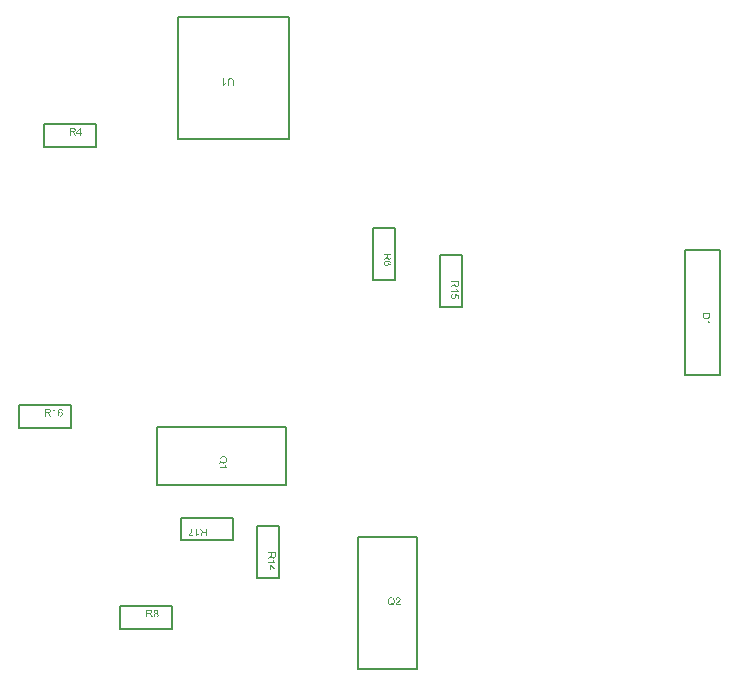
<source format=gbr>
%TF.GenerationSoftware,Altium Limited,Altium Designer,25.1.2 (22)*%
G04 Layer_Color=16711935*
%FSLAX25Y25*%
%MOIN*%
%TF.SameCoordinates,C6B27E67-7A8A-4C38-9DB9-D7D7B609FA95*%
%TF.FilePolarity,Positive*%
%TF.FileFunction,Other,Top_Assembly*%
%TF.Part,Single*%
G01*
G75*
%TA.AperFunction,NonConductor*%
%ADD40C,0.00787*%
G36*
X228588Y211996D02*
X228617D01*
X228654Y211993D01*
X228694Y211989D01*
X228734Y211985D01*
X228825Y211971D01*
X228923Y211949D01*
X229018Y211920D01*
X229109Y211880D01*
X229112D01*
X229120Y211873D01*
X229131Y211865D01*
X229145Y211858D01*
X229185Y211829D01*
X229233Y211789D01*
X229287Y211738D01*
X229338Y211680D01*
X229389Y211607D01*
X229429Y211527D01*
Y211523D01*
X229433Y211516D01*
X229436Y211501D01*
X229444Y211483D01*
X229451Y211461D01*
X229458Y211432D01*
X229469Y211399D01*
X229476Y211359D01*
X229484Y211316D01*
X229495Y211268D01*
X229502Y211217D01*
X229509Y211163D01*
X229516Y211101D01*
X229520Y211035D01*
X229524Y210966D01*
Y210894D01*
Y209437D01*
X229189D01*
Y210894D01*
Y210897D01*
Y210908D01*
Y210926D01*
Y210948D01*
X229185Y210974D01*
Y211006D01*
X229182Y211075D01*
X229174Y211156D01*
X229163Y211236D01*
X229149Y211312D01*
X229141Y211345D01*
X229131Y211378D01*
X229127Y211385D01*
X229120Y211403D01*
X229101Y211428D01*
X229080Y211465D01*
X229054Y211501D01*
X229018Y211541D01*
X228974Y211581D01*
X228923Y211614D01*
X228916Y211618D01*
X228898Y211629D01*
X228865Y211640D01*
X228821Y211654D01*
X228770Y211672D01*
X228705Y211683D01*
X228636Y211694D01*
X228559Y211698D01*
X228523D01*
X228501Y211694D01*
X228468D01*
X228435Y211691D01*
X228355Y211676D01*
X228268Y211658D01*
X228184Y211629D01*
X228104Y211589D01*
X228068Y211563D01*
X228035Y211534D01*
X228031Y211530D01*
X228028Y211527D01*
X228020Y211516D01*
X228009Y211501D01*
X227998Y211479D01*
X227984Y211458D01*
X227969Y211425D01*
X227955Y211392D01*
X227940Y211352D01*
X227929Y211305D01*
X227915Y211250D01*
X227904Y211192D01*
X227893Y211126D01*
X227886Y211057D01*
X227878Y210977D01*
Y210894D01*
Y209437D01*
X227543D01*
Y210894D01*
Y210897D01*
Y210912D01*
Y210930D01*
Y210955D01*
X227547Y210988D01*
Y211024D01*
X227551Y211068D01*
X227554Y211112D01*
X227565Y211210D01*
X227580Y211312D01*
X227602Y211410D01*
X227616Y211458D01*
X227631Y211501D01*
Y211505D01*
X227635Y211512D01*
X227642Y211523D01*
X227649Y211538D01*
X227671Y211578D01*
X227704Y211629D01*
X227747Y211687D01*
X227798Y211745D01*
X227864Y211807D01*
X227944Y211862D01*
X227947D01*
X227955Y211869D01*
X227966Y211873D01*
X227984Y211884D01*
X228006Y211894D01*
X228035Y211905D01*
X228064Y211916D01*
X228100Y211931D01*
X228140Y211945D01*
X228184Y211956D01*
X228231Y211967D01*
X228286Y211978D01*
X228341Y211985D01*
X228399Y211993D01*
X228530Y212000D01*
X228563D01*
X228588Y211996D01*
D02*
G37*
G36*
X226259Y209987D02*
X226262Y209991D01*
X226280Y210005D01*
X226302Y210027D01*
X226339Y210053D01*
X226379Y210085D01*
X226430Y210122D01*
X226488Y210162D01*
X226553Y210202D01*
X226557D01*
X226561Y210206D01*
X226583Y210220D01*
X226619Y210238D01*
X226663Y210260D01*
X226714Y210286D01*
X226768Y210311D01*
X226823Y210336D01*
X226877Y210358D01*
Y210060D01*
X226874D01*
X226866Y210053D01*
X226852Y210049D01*
X226834Y210038D01*
X226812Y210027D01*
X226786Y210013D01*
X226725Y209976D01*
X226652Y209936D01*
X226579Y209885D01*
X226502Y209827D01*
X226426Y209765D01*
X226422Y209761D01*
X226419Y209758D01*
X226408Y209747D01*
X226393Y209736D01*
X226361Y209700D01*
X226317Y209656D01*
X226273Y209605D01*
X226226Y209547D01*
X226186Y209488D01*
X226149Y209426D01*
X225949D01*
Y211956D01*
X226259D01*
Y209987D01*
D02*
G37*
G36*
X226167Y85996D02*
X226200D01*
X226240Y85993D01*
X226283Y85989D01*
X226331Y85982D01*
X226436Y85964D01*
X226549Y85938D01*
X226669Y85902D01*
X226786Y85851D01*
X226789Y85847D01*
X226800Y85843D01*
X226815Y85836D01*
X226837Y85822D01*
X226862Y85807D01*
X226891Y85789D01*
X226960Y85738D01*
X227033Y85680D01*
X227110Y85603D01*
X227186Y85519D01*
X227252Y85421D01*
X227255Y85418D01*
X227259Y85407D01*
X227266Y85392D01*
X227277Y85370D01*
X227288Y85345D01*
X227303Y85316D01*
X227317Y85279D01*
X227332Y85239D01*
X227346Y85192D01*
X227361Y85145D01*
X227386Y85039D01*
X227404Y84923D01*
X227412Y84861D01*
Y84762D01*
X227408Y84737D01*
Y84704D01*
X227404Y84671D01*
X227397Y84628D01*
X227390Y84584D01*
X227372Y84489D01*
X227343Y84380D01*
X227299Y84275D01*
X227273Y84220D01*
X227244Y84165D01*
X227241Y84162D01*
X227237Y84154D01*
X227226Y84140D01*
X227215Y84118D01*
X227197Y84096D01*
X227175Y84067D01*
X227124Y84005D01*
X227059Y83940D01*
X226978Y83867D01*
X226884Y83798D01*
X226778Y83740D01*
X226775D01*
X226764Y83732D01*
X226749Y83725D01*
X226727Y83718D01*
X226698Y83703D01*
X226665Y83692D01*
X226625Y83678D01*
X226582Y83663D01*
X226535Y83652D01*
X226483Y83638D01*
X226429Y83623D01*
X226371Y83612D01*
X226243Y83598D01*
X226109Y83590D01*
X226105D01*
X226094D01*
X226080D01*
X226058D01*
X226028Y83594D01*
X225996D01*
X225959Y83598D01*
X225923Y83601D01*
X225836Y83612D01*
X225741Y83630D01*
X225643Y83652D01*
X225548Y83685D01*
X225544D01*
X225537Y83689D01*
X225522Y83696D01*
X225508Y83703D01*
X225486Y83714D01*
X225461Y83725D01*
X225402Y83754D01*
X225333Y83794D01*
X225260Y83845D01*
X225188Y83903D01*
X225115Y83969D01*
Y83965D01*
X225108Y83958D01*
X225100Y83947D01*
X225089Y83929D01*
X225075Y83911D01*
X225060Y83885D01*
X225027Y83831D01*
X224988Y83765D01*
X224947Y83692D01*
X224915Y83616D01*
X224882Y83543D01*
X224653Y83641D01*
Y83645D01*
X224656Y83652D01*
X224663Y83667D01*
X224671Y83689D01*
X224682Y83714D01*
X224696Y83743D01*
X224711Y83776D01*
X224729Y83812D01*
X224773Y83892D01*
X224824Y83983D01*
X224889Y84082D01*
X224962Y84184D01*
Y84187D01*
X224955Y84195D01*
X224947Y84213D01*
X224937Y84231D01*
X224926Y84260D01*
X224911Y84289D01*
X224900Y84326D01*
X224886Y84366D01*
X224871Y84409D01*
X224856Y84457D01*
X224831Y84562D01*
X224813Y84679D01*
X224809Y84741D01*
X224805Y84802D01*
Y84835D01*
X224809Y84861D01*
Y84890D01*
X224813Y84926D01*
X224820Y84966D01*
X224827Y85010D01*
X224846Y85105D01*
X224875Y85210D01*
X224915Y85319D01*
X224940Y85370D01*
X224969Y85425D01*
X224973Y85429D01*
X224976Y85436D01*
X224988Y85450D01*
X224998Y85469D01*
X225017Y85494D01*
X225038Y85519D01*
X225089Y85581D01*
X225155Y85651D01*
X225235Y85720D01*
X225326Y85789D01*
X225431Y85851D01*
X225435D01*
X225446Y85858D01*
X225461Y85865D01*
X225483Y85873D01*
X225512Y85883D01*
X225544Y85898D01*
X225584Y85913D01*
X225628Y85924D01*
X225675Y85938D01*
X225726Y85953D01*
X225781Y85964D01*
X225843Y85978D01*
X225970Y85993D01*
X226105Y86000D01*
X226109D01*
X226123D01*
X226141D01*
X226167Y85996D01*
D02*
G37*
G36*
X226746Y83030D02*
X226753Y83022D01*
X226757Y83008D01*
X226767Y82990D01*
X226778Y82968D01*
X226793Y82942D01*
X226829Y82881D01*
X226869Y82808D01*
X226920Y82735D01*
X226978Y82658D01*
X227040Y82582D01*
X227044Y82578D01*
X227048Y82575D01*
X227059Y82564D01*
X227069Y82549D01*
X227106Y82516D01*
X227150Y82473D01*
X227201Y82429D01*
X227259Y82382D01*
X227317Y82342D01*
X227379Y82305D01*
Y82105D01*
X224849D01*
Y82415D01*
X226818D01*
X226815Y82418D01*
X226800Y82436D01*
X226778Y82458D01*
X226753Y82495D01*
X226720Y82535D01*
X226684Y82586D01*
X226644Y82644D01*
X226604Y82709D01*
Y82713D01*
X226600Y82717D01*
X226585Y82739D01*
X226567Y82775D01*
X226545Y82819D01*
X226520Y82870D01*
X226494Y82924D01*
X226469Y82979D01*
X226447Y83033D01*
X226746D01*
Y83030D01*
D02*
G37*
G36*
X284421Y38982D02*
X284450Y38978D01*
X284486Y38974D01*
X284526Y38967D01*
X284566Y38960D01*
X284661Y38934D01*
X284756Y38898D01*
X284803Y38876D01*
X284850Y38851D01*
X284894Y38818D01*
X284934Y38781D01*
X284938Y38778D01*
X284945Y38774D01*
X284952Y38760D01*
X284967Y38745D01*
X284985Y38727D01*
X285003Y38701D01*
X285021Y38676D01*
X285043Y38643D01*
X285080Y38574D01*
X285116Y38487D01*
X285131Y38443D01*
X285138Y38392D01*
X285145Y38341D01*
X285149Y38286D01*
Y38279D01*
Y38261D01*
X285145Y38232D01*
X285141Y38192D01*
X285134Y38148D01*
X285120Y38097D01*
X285105Y38043D01*
X285083Y37988D01*
X285080Y37981D01*
X285072Y37962D01*
X285058Y37933D01*
X285036Y37893D01*
X285007Y37850D01*
X284970Y37795D01*
X284927Y37740D01*
X284876Y37679D01*
X284868Y37671D01*
X284850Y37649D01*
X284832Y37631D01*
X284814Y37613D01*
X284792Y37591D01*
X284763Y37562D01*
X284734Y37533D01*
X284697Y37500D01*
X284661Y37464D01*
X284617Y37424D01*
X284570Y37384D01*
X284519Y37336D01*
X284461Y37289D01*
X284402Y37238D01*
X284399Y37234D01*
X284392Y37227D01*
X284377Y37216D01*
X284359Y37202D01*
X284337Y37180D01*
X284312Y37158D01*
X284253Y37111D01*
X284191Y37056D01*
X284133Y37001D01*
X284082Y36954D01*
X284060Y36936D01*
X284042Y36918D01*
X284038Y36914D01*
X284028Y36903D01*
X284013Y36889D01*
X283995Y36867D01*
X283977Y36841D01*
X283955Y36816D01*
X283911Y36754D01*
X285152D01*
Y36455D01*
X283482D01*
Y36459D01*
Y36474D01*
Y36496D01*
X283485Y36525D01*
X283489Y36557D01*
X283496Y36594D01*
X283503Y36630D01*
X283518Y36670D01*
Y36674D01*
X283522Y36678D01*
X283529Y36699D01*
X283543Y36732D01*
X283565Y36776D01*
X283594Y36827D01*
X283631Y36885D01*
X283671Y36943D01*
X283722Y37005D01*
Y37009D01*
X283729Y37012D01*
X283747Y37034D01*
X283780Y37067D01*
X283827Y37114D01*
X283882Y37169D01*
X283951Y37234D01*
X284035Y37307D01*
X284126Y37384D01*
X284130Y37387D01*
X284144Y37398D01*
X284166Y37416D01*
X284191Y37438D01*
X284224Y37467D01*
X284264Y37500D01*
X284304Y37536D01*
X284351Y37577D01*
X284442Y37664D01*
X284534Y37751D01*
X284577Y37795D01*
X284617Y37839D01*
X284654Y37879D01*
X284683Y37919D01*
Y37922D01*
X284690Y37926D01*
X284697Y37937D01*
X284705Y37951D01*
X284730Y37991D01*
X284759Y38039D01*
X284785Y38097D01*
X284810Y38159D01*
X284825Y38228D01*
X284832Y38294D01*
Y38297D01*
Y38301D01*
X284828Y38323D01*
X284825Y38359D01*
X284814Y38399D01*
X284799Y38450D01*
X284774Y38501D01*
X284741Y38552D01*
X284697Y38603D01*
X284690Y38610D01*
X284672Y38625D01*
X284646Y38643D01*
X284606Y38669D01*
X284555Y38690D01*
X284497Y38712D01*
X284428Y38727D01*
X284351Y38730D01*
X284330D01*
X284315Y38727D01*
X284272Y38723D01*
X284221Y38712D01*
X284166Y38698D01*
X284104Y38672D01*
X284046Y38639D01*
X283991Y38596D01*
X283984Y38589D01*
X283969Y38570D01*
X283947Y38541D01*
X283926Y38497D01*
X283900Y38447D01*
X283878Y38381D01*
X283864Y38308D01*
X283857Y38225D01*
X283540Y38257D01*
Y38261D01*
X283543Y38272D01*
Y38290D01*
X283547Y38315D01*
X283554Y38345D01*
X283562Y38377D01*
X283573Y38417D01*
X283583Y38457D01*
X283613Y38545D01*
X283656Y38632D01*
X283682Y38676D01*
X283715Y38719D01*
X283747Y38760D01*
X283784Y38796D01*
X283787Y38800D01*
X283795Y38803D01*
X283805Y38814D01*
X283824Y38825D01*
X283846Y38840D01*
X283871Y38854D01*
X283900Y38872D01*
X283937Y38891D01*
X283977Y38909D01*
X284020Y38927D01*
X284068Y38942D01*
X284119Y38956D01*
X284173Y38967D01*
X284231Y38978D01*
X284293Y38982D01*
X284359Y38985D01*
X284395D01*
X284421Y38982D01*
D02*
G37*
G36*
X282058Y39014D02*
X282091D01*
X282124Y39011D01*
X282168Y39003D01*
X282211Y38996D01*
X282306Y38978D01*
X282415Y38949D01*
X282521Y38905D01*
X282575Y38880D01*
X282630Y38851D01*
X282633Y38847D01*
X282641Y38843D01*
X282655Y38832D01*
X282677Y38821D01*
X282699Y38803D01*
X282728Y38781D01*
X282790Y38730D01*
X282856Y38665D01*
X282928Y38585D01*
X282997Y38490D01*
X283056Y38385D01*
Y38381D01*
X283063Y38370D01*
X283070Y38355D01*
X283078Y38334D01*
X283092Y38305D01*
X283103Y38272D01*
X283118Y38232D01*
X283132Y38188D01*
X283143Y38141D01*
X283158Y38090D01*
X283172Y38035D01*
X283183Y37977D01*
X283198Y37850D01*
X283205Y37715D01*
Y37711D01*
Y37700D01*
Y37686D01*
Y37664D01*
X283201Y37635D01*
Y37602D01*
X283198Y37566D01*
X283194Y37529D01*
X283183Y37442D01*
X283165Y37347D01*
X283143Y37249D01*
X283110Y37154D01*
Y37151D01*
X283107Y37143D01*
X283099Y37129D01*
X283092Y37114D01*
X283081Y37092D01*
X283070Y37067D01*
X283041Y37009D01*
X283001Y36940D01*
X282950Y36867D01*
X282892Y36794D01*
X282826Y36721D01*
X282830D01*
X282837Y36714D01*
X282848Y36707D01*
X282866Y36696D01*
X282885Y36681D01*
X282910Y36667D01*
X282965Y36634D01*
X283030Y36594D01*
X283103Y36554D01*
X283179Y36521D01*
X283252Y36488D01*
X283154Y36259D01*
X283150D01*
X283143Y36263D01*
X283128Y36270D01*
X283107Y36277D01*
X283081Y36288D01*
X283052Y36303D01*
X283019Y36317D01*
X282983Y36335D01*
X282903Y36379D01*
X282812Y36430D01*
X282714Y36496D01*
X282612Y36568D01*
X282608D01*
X282601Y36561D01*
X282582Y36554D01*
X282564Y36543D01*
X282535Y36532D01*
X282506Y36517D01*
X282470Y36506D01*
X282430Y36492D01*
X282386Y36477D01*
X282339Y36463D01*
X282233Y36437D01*
X282117Y36419D01*
X282055Y36415D01*
X281993Y36412D01*
X281960D01*
X281935Y36415D01*
X281906D01*
X281869Y36419D01*
X281829Y36426D01*
X281785Y36434D01*
X281691Y36452D01*
X281585Y36481D01*
X281476Y36521D01*
X281425Y36546D01*
X281370Y36576D01*
X281367Y36579D01*
X281360Y36583D01*
X281345Y36594D01*
X281327Y36605D01*
X281301Y36623D01*
X281276Y36645D01*
X281214Y36696D01*
X281145Y36761D01*
X281076Y36841D01*
X281006Y36932D01*
X280944Y37038D01*
Y37042D01*
X280937Y37052D01*
X280930Y37067D01*
X280923Y37089D01*
X280912Y37118D01*
X280897Y37151D01*
X280883Y37191D01*
X280872Y37234D01*
X280857Y37282D01*
X280843Y37333D01*
X280832Y37387D01*
X280817Y37449D01*
X280803Y37577D01*
X280795Y37711D01*
Y37715D01*
Y37729D01*
Y37748D01*
X280799Y37773D01*
Y37806D01*
X280803Y37846D01*
X280806Y37890D01*
X280814Y37937D01*
X280832Y38043D01*
X280857Y38155D01*
X280894Y38275D01*
X280944Y38392D01*
X280948Y38396D01*
X280952Y38407D01*
X280959Y38421D01*
X280974Y38443D01*
X280988Y38468D01*
X281006Y38497D01*
X281057Y38567D01*
X281116Y38639D01*
X281192Y38716D01*
X281276Y38792D01*
X281374Y38858D01*
X281378Y38862D01*
X281389Y38865D01*
X281403Y38872D01*
X281425Y38883D01*
X281451Y38894D01*
X281480Y38909D01*
X281516Y38923D01*
X281556Y38938D01*
X281603Y38952D01*
X281651Y38967D01*
X281756Y38993D01*
X281873Y39011D01*
X281935Y39018D01*
X282033D01*
X282058Y39014D01*
D02*
G37*
G36*
X243464Y52769D02*
X243460Y52740D01*
Y52707D01*
X243456Y52630D01*
X243445Y52550D01*
X243435Y52463D01*
X243416Y52383D01*
X243406Y52343D01*
X243395Y52310D01*
Y52306D01*
X243391Y52303D01*
X243380Y52281D01*
X243365Y52248D01*
X243340Y52208D01*
X243307Y52164D01*
X243264Y52117D01*
X243213Y52073D01*
X243154Y52030D01*
X243151D01*
X243147Y52026D01*
X243125Y52012D01*
X243089Y51997D01*
X243041Y51975D01*
X242987Y51957D01*
X242921Y51939D01*
X242852Y51928D01*
X242776Y51924D01*
X242772D01*
X242765D01*
X242750D01*
X242732Y51928D01*
X242707D01*
X242681Y51931D01*
X242619Y51946D01*
X242546Y51968D01*
X242470Y51997D01*
X242394Y52041D01*
X242357Y52070D01*
X242321Y52099D01*
X242317Y52103D01*
X242314Y52106D01*
X242303Y52117D01*
X242292Y52132D01*
X242277Y52150D01*
X242263Y52172D01*
X242244Y52201D01*
X242222Y52230D01*
X242204Y52266D01*
X242186Y52306D01*
X242164Y52350D01*
X242146Y52397D01*
X242131Y52452D01*
X242113Y52507D01*
X242102Y52568D01*
X242091Y52634D01*
X242088Y52627D01*
X242080Y52612D01*
X242066Y52590D01*
X242051Y52561D01*
X242011Y52496D01*
X241986Y52463D01*
X241964Y52434D01*
X241957Y52426D01*
X241939Y52408D01*
X241909Y52379D01*
X241873Y52343D01*
X241822Y52303D01*
X241768Y52255D01*
X241702Y52208D01*
X241629Y52157D01*
X240945Y51724D01*
Y52139D01*
X241469Y52470D01*
X241473D01*
X241480Y52477D01*
X241491Y52485D01*
X241505Y52496D01*
X241545Y52521D01*
X241596Y52554D01*
X241651Y52594D01*
X241709Y52634D01*
X241764Y52674D01*
X241815Y52710D01*
X241818Y52714D01*
X241833Y52725D01*
X241855Y52743D01*
X241880Y52769D01*
X241935Y52823D01*
X241960Y52852D01*
X241982Y52881D01*
X241986Y52885D01*
X241989Y52892D01*
X241997Y52907D01*
X242008Y52929D01*
X242019Y52951D01*
X242030Y52976D01*
X242048Y53034D01*
Y53038D01*
X242051Y53045D01*
Y53060D01*
X242055Y53078D01*
X242059Y53104D01*
Y53133D01*
X242062Y53173D01*
Y53602D01*
X240945D01*
Y53937D01*
X243464D01*
Y52769D01*
D02*
G37*
G36*
X242841Y51287D02*
X242849Y51280D01*
X242852Y51265D01*
X242863Y51247D01*
X242874Y51225D01*
X242889Y51200D01*
X242925Y51138D01*
X242965Y51065D01*
X243016Y50992D01*
X243074Y50916D01*
X243136Y50839D01*
X243140Y50836D01*
X243143Y50832D01*
X243154Y50821D01*
X243165Y50807D01*
X243202Y50774D01*
X243245Y50730D01*
X243296Y50687D01*
X243355Y50639D01*
X243413Y50599D01*
X243475Y50563D01*
Y50363D01*
X240945D01*
Y50672D01*
X242914D01*
X242910Y50676D01*
X242896Y50694D01*
X242874Y50716D01*
X242849Y50752D01*
X242816Y50792D01*
X242779Y50843D01*
X242739Y50901D01*
X242699Y50967D01*
Y50970D01*
X242696Y50974D01*
X242681Y50996D01*
X242663Y51032D01*
X242641Y51076D01*
X242616Y51127D01*
X242590Y51182D01*
X242565Y51236D01*
X242543Y51291D01*
X242841D01*
Y51287D01*
D02*
G37*
G36*
X243464Y48521D02*
Y48270D01*
X241833D01*
Y47927D01*
X241549D01*
Y48270D01*
X240945D01*
Y48579D01*
X241549D01*
Y49675D01*
X241833D01*
X243464Y48521D01*
D02*
G37*
G36*
X220473Y59292D02*
X219304D01*
X219275Y59296D01*
X219242D01*
X219166Y59299D01*
X219086Y59310D01*
X218998Y59321D01*
X218918Y59339D01*
X218878Y59350D01*
X218845Y59361D01*
X218842D01*
X218838Y59365D01*
X218816Y59376D01*
X218783Y59390D01*
X218743Y59416D01*
X218700Y59449D01*
X218653Y59492D01*
X218609Y59543D01*
X218565Y59602D01*
Y59605D01*
X218562Y59609D01*
X218547Y59631D01*
X218532Y59667D01*
X218511Y59714D01*
X218492Y59769D01*
X218474Y59834D01*
X218463Y59904D01*
X218460Y59980D01*
Y59984D01*
Y59991D01*
Y60006D01*
X218463Y60024D01*
Y60049D01*
X218467Y60075D01*
X218481Y60137D01*
X218503Y60210D01*
X218532Y60286D01*
X218576Y60362D01*
X218605Y60399D01*
X218634Y60435D01*
X218638Y60439D01*
X218642Y60442D01*
X218653Y60453D01*
X218667Y60464D01*
X218685Y60479D01*
X218707Y60493D01*
X218736Y60512D01*
X218765Y60533D01*
X218802Y60552D01*
X218842Y60570D01*
X218885Y60592D01*
X218933Y60610D01*
X218987Y60624D01*
X219042Y60643D01*
X219104Y60654D01*
X219169Y60664D01*
X219162Y60668D01*
X219147Y60675D01*
X219126Y60690D01*
X219096Y60704D01*
X219031Y60745D01*
X218998Y60770D01*
X218969Y60792D01*
X218962Y60799D01*
X218944Y60817D01*
X218915Y60847D01*
X218878Y60883D01*
X218838Y60934D01*
X218791Y60988D01*
X218743Y61054D01*
X218692Y61127D01*
X218259Y61811D01*
X218674D01*
X219005Y61287D01*
Y61283D01*
X219013Y61276D01*
X219020Y61265D01*
X219031Y61251D01*
X219057Y61211D01*
X219089Y61159D01*
X219129Y61105D01*
X219169Y61047D01*
X219209Y60992D01*
X219246Y60941D01*
X219249Y60938D01*
X219260Y60923D01*
X219279Y60901D01*
X219304Y60876D01*
X219359Y60821D01*
X219388Y60795D01*
X219417Y60774D01*
X219421Y60770D01*
X219428Y60766D01*
X219442Y60759D01*
X219464Y60748D01*
X219486Y60737D01*
X219512Y60726D01*
X219570Y60708D01*
X219573D01*
X219581Y60704D01*
X219595D01*
X219613Y60701D01*
X219639Y60697D01*
X219668D01*
X219708Y60694D01*
X220138D01*
Y61811D01*
X220473D01*
Y59292D01*
D02*
G37*
G36*
X215730Y61807D02*
Y61796D01*
Y61782D01*
X215726Y61760D01*
Y61731D01*
X215722Y61695D01*
X215719Y61655D01*
X215715Y61611D01*
X215708Y61560D01*
X215700Y61509D01*
X215689Y61447D01*
X215679Y61385D01*
X215668Y61320D01*
X215653Y61247D01*
X215617Y61098D01*
Y61094D01*
X215613Y61079D01*
X215606Y61058D01*
X215595Y61025D01*
X215584Y60988D01*
X215569Y60945D01*
X215555Y60894D01*
X215533Y60839D01*
X215511Y60777D01*
X215489Y60715D01*
X215435Y60577D01*
X215369Y60431D01*
X215296Y60286D01*
X215293Y60282D01*
X215285Y60268D01*
X215275Y60250D01*
X215260Y60220D01*
X215242Y60188D01*
X215216Y60148D01*
X215191Y60104D01*
X215162Y60057D01*
X215092Y59951D01*
X215020Y59842D01*
X214936Y59729D01*
X214849Y59623D01*
X216083D01*
Y59325D01*
X214452D01*
Y59569D01*
X214456Y59572D01*
X214463Y59580D01*
X214477Y59594D01*
X214492Y59616D01*
X214514Y59642D01*
X214543Y59671D01*
X214572Y59707D01*
X214605Y59751D01*
X214638Y59794D01*
X214678Y59846D01*
X214718Y59904D01*
X214758Y59962D01*
X214801Y60027D01*
X214845Y60097D01*
X214889Y60173D01*
X214932Y60250D01*
X214936Y60253D01*
X214943Y60268D01*
X214954Y60290D01*
X214972Y60322D01*
X214991Y60362D01*
X215013Y60406D01*
X215038Y60457D01*
X215063Y60515D01*
X215092Y60581D01*
X215125Y60646D01*
X215154Y60719D01*
X215184Y60795D01*
X215242Y60952D01*
X215296Y61119D01*
Y61123D01*
X215300Y61134D01*
X215304Y61152D01*
X215311Y61174D01*
X215318Y61203D01*
X215325Y61240D01*
X215336Y61280D01*
X215344Y61323D01*
X215355Y61374D01*
X215366Y61429D01*
X215384Y61545D01*
X215402Y61673D01*
X215413Y61811D01*
X215730D01*
Y61807D01*
D02*
G37*
G36*
X217207Y59842D02*
X217211Y59846D01*
X217229Y59860D01*
X217251Y59882D01*
X217287Y59907D01*
X217327Y59940D01*
X217378Y59977D01*
X217437Y60017D01*
X217502Y60057D01*
X217506D01*
X217510Y60060D01*
X217531Y60075D01*
X217568Y60093D01*
X217611Y60115D01*
X217662Y60140D01*
X217717Y60166D01*
X217772Y60191D01*
X217826Y60213D01*
Y59915D01*
X217823D01*
X217815Y59907D01*
X217801Y59904D01*
X217782Y59893D01*
X217761Y59882D01*
X217735Y59867D01*
X217673Y59831D01*
X217600Y59791D01*
X217528Y59740D01*
X217451Y59682D01*
X217375Y59620D01*
X217371Y59616D01*
X217368Y59613D01*
X217357Y59602D01*
X217342Y59591D01*
X217309Y59554D01*
X217266Y59511D01*
X217222Y59460D01*
X217175Y59401D01*
X217135Y59343D01*
X217098Y59281D01*
X216898D01*
Y61811D01*
X217207D01*
Y59842D01*
D02*
G37*
G36*
X201591Y34842D02*
X201624D01*
X201700Y34839D01*
X201781Y34828D01*
X201868Y34817D01*
X201948Y34799D01*
X201988Y34788D01*
X202021Y34777D01*
X202024D01*
X202028Y34773D01*
X202050Y34762D01*
X202083Y34748D01*
X202123Y34722D01*
X202166Y34689D01*
X202214Y34646D01*
X202257Y34595D01*
X202301Y34537D01*
Y34533D01*
X202305Y34529D01*
X202319Y34508D01*
X202334Y34471D01*
X202356Y34424D01*
X202374Y34369D01*
X202392Y34304D01*
X202403Y34234D01*
X202407Y34158D01*
Y34154D01*
Y34147D01*
Y34133D01*
X202403Y34114D01*
Y34089D01*
X202399Y34063D01*
X202385Y34001D01*
X202363Y33929D01*
X202334Y33852D01*
X202290Y33776D01*
X202261Y33739D01*
X202232Y33703D01*
X202228Y33699D01*
X202225Y33696D01*
X202214Y33685D01*
X202199Y33674D01*
X202181Y33659D01*
X202159Y33645D01*
X202130Y33627D01*
X202101Y33605D01*
X202064Y33586D01*
X202024Y33568D01*
X201981Y33547D01*
X201933Y33528D01*
X201879Y33514D01*
X201824Y33496D01*
X201762Y33485D01*
X201697Y33474D01*
X201704Y33470D01*
X201719Y33463D01*
X201741Y33448D01*
X201770Y33434D01*
X201835Y33394D01*
X201868Y33368D01*
X201897Y33346D01*
X201904Y33339D01*
X201922Y33321D01*
X201952Y33292D01*
X201988Y33255D01*
X202028Y33204D01*
X202075Y33150D01*
X202123Y33084D01*
X202174Y33011D01*
X202607Y32327D01*
X202192D01*
X201861Y32851D01*
Y32855D01*
X201853Y32862D01*
X201846Y32873D01*
X201835Y32888D01*
X201810Y32928D01*
X201777Y32979D01*
X201737Y33033D01*
X201697Y33092D01*
X201657Y33146D01*
X201620Y33197D01*
X201617Y33201D01*
X201606Y33215D01*
X201588Y33237D01*
X201562Y33263D01*
X201507Y33317D01*
X201478Y33343D01*
X201449Y33364D01*
X201446Y33368D01*
X201438Y33372D01*
X201424Y33379D01*
X201402Y33390D01*
X201380Y33401D01*
X201355Y33412D01*
X201296Y33430D01*
X201293D01*
X201285Y33434D01*
X201271D01*
X201253Y33437D01*
X201227Y33441D01*
X201198D01*
X201158Y33445D01*
X200729D01*
Y32327D01*
X200394D01*
Y34846D01*
X201562D01*
X201591Y34842D01*
D02*
G37*
G36*
X203677Y34853D02*
X203706Y34850D01*
X203739Y34846D01*
X203775Y34842D01*
X203812Y34831D01*
X203899Y34810D01*
X203986Y34777D01*
X204030Y34755D01*
X204074Y34729D01*
X204114Y34697D01*
X204154Y34664D01*
X204157Y34660D01*
X204161Y34657D01*
X204172Y34646D01*
X204187Y34631D01*
X204201Y34609D01*
X204219Y34587D01*
X204256Y34533D01*
X204292Y34464D01*
X204325Y34384D01*
X204350Y34293D01*
X204354Y34245D01*
X204358Y34194D01*
Y34191D01*
Y34187D01*
Y34165D01*
X204354Y34133D01*
X204347Y34093D01*
X204336Y34042D01*
X204318Y33991D01*
X204296Y33940D01*
X204263Y33889D01*
X204259Y33881D01*
X204245Y33867D01*
X204223Y33845D01*
X204194Y33816D01*
X204154Y33783D01*
X204106Y33750D01*
X204052Y33718D01*
X203986Y33689D01*
X203990D01*
X203997Y33685D01*
X204008Y33681D01*
X204023Y33674D01*
X204066Y33656D01*
X204117Y33630D01*
X204172Y33594D01*
X204230Y33554D01*
X204285Y33503D01*
X204336Y33445D01*
Y33441D01*
X204339Y33437D01*
X204354Y33415D01*
X204376Y33379D01*
X204398Y33332D01*
X204419Y33274D01*
X204441Y33204D01*
X204456Y33128D01*
X204460Y33044D01*
Y33040D01*
Y33030D01*
Y33011D01*
X204456Y32990D01*
X204452Y32964D01*
X204449Y32931D01*
X204441Y32895D01*
X204430Y32855D01*
X204405Y32771D01*
X204387Y32724D01*
X204361Y32680D01*
X204336Y32633D01*
X204307Y32589D01*
X204270Y32546D01*
X204230Y32502D01*
X204227Y32498D01*
X204219Y32491D01*
X204208Y32480D01*
X204190Y32469D01*
X204165Y32451D01*
X204139Y32433D01*
X204106Y32414D01*
X204070Y32393D01*
X204030Y32371D01*
X203983Y32353D01*
X203932Y32334D01*
X203881Y32316D01*
X203822Y32305D01*
X203761Y32294D01*
X203699Y32287D01*
X203630Y32283D01*
X203593D01*
X203568Y32287D01*
X203535Y32291D01*
X203499Y32294D01*
X203458Y32302D01*
X203415Y32313D01*
X203317Y32338D01*
X203266Y32356D01*
X203218Y32374D01*
X203167Y32400D01*
X203116Y32429D01*
X203069Y32462D01*
X203025Y32502D01*
X203022Y32506D01*
X203014Y32513D01*
X203004Y32524D01*
X202989Y32542D01*
X202974Y32564D01*
X202953Y32589D01*
X202934Y32618D01*
X202912Y32655D01*
X202891Y32691D01*
X202872Y32735D01*
X202836Y32826D01*
X202821Y32880D01*
X202811Y32935D01*
X202803Y32993D01*
X202800Y33051D01*
Y33055D01*
Y33062D01*
Y33077D01*
X202803Y33092D01*
Y33113D01*
X202807Y33139D01*
X202814Y33197D01*
X202829Y33263D01*
X202851Y33328D01*
X202883Y33397D01*
X202923Y33463D01*
Y33466D01*
X202931Y33470D01*
X202945Y33488D01*
X202974Y33517D01*
X203014Y33554D01*
X203065Y33590D01*
X203127Y33630D01*
X203197Y33663D01*
X203280Y33689D01*
X203276D01*
X203273Y33692D01*
X203262Y33696D01*
X203247Y33703D01*
X203215Y33718D01*
X203171Y33739D01*
X203124Y33768D01*
X203076Y33805D01*
X203033Y33845D01*
X202993Y33889D01*
X202989Y33896D01*
X202978Y33911D01*
X202963Y33940D01*
X202949Y33976D01*
X202931Y34023D01*
X202916Y34078D01*
X202905Y34140D01*
X202902Y34205D01*
Y34209D01*
Y34216D01*
Y34231D01*
X202905Y34253D01*
X202909Y34275D01*
X202912Y34304D01*
X202927Y34365D01*
X202949Y34438D01*
X202985Y34515D01*
X203007Y34555D01*
X203033Y34595D01*
X203065Y34631D01*
X203098Y34668D01*
X203102Y34671D01*
X203109Y34675D01*
X203120Y34686D01*
X203135Y34697D01*
X203153Y34711D01*
X203178Y34726D01*
X203207Y34744D01*
X203237Y34762D01*
X203273Y34780D01*
X203313Y34799D01*
X203357Y34813D01*
X203404Y34828D01*
X203506Y34850D01*
X203564Y34853D01*
X203622Y34857D01*
X203655D01*
X203677Y34853D01*
D02*
G37*
G36*
X388346Y132890D02*
X388342Y132825D01*
X388338Y132752D01*
X388331Y132679D01*
X388320Y132606D01*
X388309Y132544D01*
Y132541D01*
X388306Y132533D01*
Y132522D01*
X388298Y132508D01*
X388287Y132468D01*
X388269Y132417D01*
X388244Y132359D01*
X388211Y132297D01*
X388175Y132235D01*
X388127Y132177D01*
X388124Y132173D01*
X388120Y132169D01*
X388109Y132158D01*
X388098Y132144D01*
X388062Y132107D01*
X388011Y132064D01*
X387949Y132017D01*
X387876Y131965D01*
X387792Y131918D01*
X387698Y131878D01*
X387694D01*
X387687Y131875D01*
X387672Y131867D01*
X387650Y131864D01*
X387625Y131853D01*
X387596Y131845D01*
X387563Y131838D01*
X387523Y131827D01*
X387483Y131816D01*
X387436Y131809D01*
X387334Y131791D01*
X387221Y131780D01*
X387097Y131776D01*
X387093D01*
X387086D01*
X387068D01*
X387050D01*
X387024Y131780D01*
X386995D01*
X386926Y131783D01*
X386846Y131794D01*
X386762Y131805D01*
X386675Y131824D01*
X386588Y131845D01*
X386584D01*
X386577Y131849D01*
X386566Y131853D01*
X386551Y131856D01*
X386511Y131871D01*
X386460Y131893D01*
X386402Y131915D01*
X386344Y131944D01*
X386282Y131980D01*
X386224Y132017D01*
X386216Y132020D01*
X386198Y132035D01*
X386173Y132056D01*
X386140Y132086D01*
X386103Y132118D01*
X386067Y132158D01*
X386027Y132199D01*
X385994Y132246D01*
X385991Y132253D01*
X385980Y132268D01*
X385965Y132293D01*
X385947Y132329D01*
X385925Y132373D01*
X385907Y132424D01*
X385885Y132482D01*
X385867Y132548D01*
Y132555D01*
X385863Y132566D01*
X385859Y132577D01*
X385856Y132613D01*
X385849Y132664D01*
X385841Y132723D01*
X385834Y132792D01*
X385830Y132868D01*
X385827Y132952D01*
Y133858D01*
X388346D01*
Y132890D01*
D02*
G37*
G36*
X387723Y131205D02*
X387730Y131198D01*
X387734Y131183D01*
X387745Y131165D01*
X387756Y131143D01*
X387771Y131117D01*
X387807Y131055D01*
X387847Y130983D01*
X387898Y130910D01*
X387956Y130833D01*
X388018Y130757D01*
X388022Y130753D01*
X388025Y130750D01*
X388036Y130739D01*
X388047Y130724D01*
X388084Y130692D01*
X388127Y130648D01*
X388178Y130604D01*
X388236Y130557D01*
X388295Y130517D01*
X388356Y130480D01*
Y130280D01*
X385827D01*
Y130590D01*
X387796D01*
X387792Y130593D01*
X387778Y130611D01*
X387756Y130633D01*
X387730Y130670D01*
X387698Y130710D01*
X387661Y130761D01*
X387621Y130819D01*
X387581Y130884D01*
Y130888D01*
X387578Y130892D01*
X387563Y130914D01*
X387545Y130950D01*
X387523Y130994D01*
X387497Y131045D01*
X387472Y131099D01*
X387446Y131154D01*
X387425Y131208D01*
X387723D01*
Y131205D01*
D02*
G37*
G36*
X171846Y101782D02*
X171872D01*
X171901Y101779D01*
X171970Y101764D01*
X172046Y101746D01*
X172126Y101717D01*
X172206Y101673D01*
X172247Y101648D01*
X172283Y101619D01*
X172287Y101615D01*
X172290Y101611D01*
X172301Y101600D01*
X172312Y101590D01*
X172330Y101571D01*
X172345Y101549D01*
X172385Y101498D01*
X172425Y101433D01*
X172461Y101353D01*
X172494Y101262D01*
X172516Y101160D01*
X172206Y101135D01*
Y101138D01*
X172203Y101142D01*
X172199Y101164D01*
X172188Y101196D01*
X172174Y101236D01*
X172159Y101280D01*
X172137Y101324D01*
X172112Y101364D01*
X172086Y101397D01*
X172079Y101404D01*
X172064Y101418D01*
X172039Y101440D01*
X172003Y101466D01*
X171955Y101488D01*
X171904Y101509D01*
X171843Y101524D01*
X171777Y101531D01*
X171751D01*
X171722Y101528D01*
X171690Y101520D01*
X171646Y101509D01*
X171602Y101495D01*
X171559Y101477D01*
X171515Y101447D01*
X171508Y101444D01*
X171489Y101429D01*
X171464Y101404D01*
X171431Y101367D01*
X171395Y101324D01*
X171355Y101273D01*
X171318Y101207D01*
X171282Y101135D01*
Y101131D01*
X171278Y101124D01*
X171275Y101113D01*
X171267Y101098D01*
X171264Y101076D01*
X171256Y101051D01*
X171249Y101022D01*
X171242Y100985D01*
X171231Y100945D01*
X171224Y100901D01*
X171216Y100854D01*
X171213Y100803D01*
X171205Y100745D01*
X171202Y100687D01*
X171198Y100621D01*
Y100556D01*
X171202Y100559D01*
X171216Y100581D01*
X171242Y100610D01*
X171275Y100647D01*
X171311Y100690D01*
X171358Y100730D01*
X171409Y100770D01*
X171468Y100807D01*
X171471D01*
X171475Y100811D01*
X171497Y100821D01*
X171529Y100832D01*
X171573Y100850D01*
X171624Y100865D01*
X171682Y100876D01*
X171744Y100887D01*
X171810Y100891D01*
X171839D01*
X171861Y100887D01*
X171890Y100883D01*
X171919Y100880D01*
X171955Y100872D01*
X171992Y100862D01*
X172075Y100836D01*
X172119Y100818D01*
X172163Y100792D01*
X172206Y100767D01*
X172254Y100738D01*
X172298Y100701D01*
X172337Y100661D01*
X172341Y100658D01*
X172348Y100650D01*
X172359Y100639D01*
X172370Y100621D01*
X172389Y100596D01*
X172407Y100570D01*
X172425Y100538D01*
X172447Y100501D01*
X172469Y100461D01*
X172487Y100417D01*
X172505Y100366D01*
X172523Y100315D01*
X172534Y100261D01*
X172545Y100199D01*
X172552Y100137D01*
X172556Y100072D01*
Y100068D01*
Y100061D01*
Y100050D01*
Y100032D01*
X172552Y100010D01*
Y99988D01*
X172541Y99930D01*
X172530Y99861D01*
X172512Y99788D01*
X172487Y99708D01*
X172450Y99631D01*
Y99628D01*
X172447Y99624D01*
X172440Y99613D01*
X172432Y99598D01*
X172410Y99562D01*
X172378Y99515D01*
X172337Y99464D01*
X172290Y99413D01*
X172232Y99362D01*
X172170Y99318D01*
X172167D01*
X172163Y99314D01*
X172152Y99307D01*
X172137Y99304D01*
X172101Y99285D01*
X172054Y99267D01*
X171992Y99245D01*
X171923Y99231D01*
X171846Y99216D01*
X171762Y99212D01*
X171744D01*
X171726Y99216D01*
X171697D01*
X171664Y99220D01*
X171628Y99227D01*
X171584Y99238D01*
X171540Y99249D01*
X171489Y99264D01*
X171439Y99282D01*
X171388Y99304D01*
X171333Y99333D01*
X171282Y99365D01*
X171231Y99402D01*
X171180Y99445D01*
X171133Y99497D01*
X171129Y99500D01*
X171122Y99511D01*
X171111Y99526D01*
X171096Y99551D01*
X171074Y99584D01*
X171056Y99620D01*
X171034Y99668D01*
X171013Y99718D01*
X170987Y99780D01*
X170965Y99849D01*
X170947Y99926D01*
X170929Y100010D01*
X170911Y100104D01*
X170900Y100206D01*
X170893Y100315D01*
X170889Y100432D01*
Y100436D01*
Y100439D01*
Y100450D01*
Y100465D01*
X170893Y100501D01*
Y100552D01*
X170896Y100610D01*
X170903Y100680D01*
X170911Y100756D01*
X170922Y100840D01*
X170936Y100923D01*
X170954Y101014D01*
X170976Y101102D01*
X171002Y101189D01*
X171034Y101273D01*
X171071Y101353D01*
X171111Y101429D01*
X171158Y101495D01*
X171162Y101498D01*
X171169Y101506D01*
X171184Y101520D01*
X171202Y101542D01*
X171224Y101564D01*
X171253Y101586D01*
X171289Y101615D01*
X171326Y101640D01*
X171369Y101666D01*
X171417Y101695D01*
X171471Y101717D01*
X171526Y101742D01*
X171588Y101761D01*
X171653Y101775D01*
X171722Y101782D01*
X171795Y101786D01*
X171824D01*
X171846Y101782D01*
D02*
G37*
G36*
X170110Y99256D02*
X169800D01*
Y101225D01*
X169797Y101222D01*
X169779Y101207D01*
X169757Y101185D01*
X169720Y101160D01*
X169680Y101127D01*
X169629Y101091D01*
X169571Y101051D01*
X169506Y101011D01*
X169502D01*
X169498Y101007D01*
X169476Y100993D01*
X169440Y100974D01*
X169396Y100952D01*
X169345Y100927D01*
X169291Y100901D01*
X169236Y100876D01*
X169182Y100854D01*
Y101153D01*
X169185D01*
X169193Y101160D01*
X169207Y101164D01*
X169225Y101174D01*
X169247Y101185D01*
X169273Y101200D01*
X169334Y101236D01*
X169407Y101276D01*
X169480Y101327D01*
X169557Y101386D01*
X169633Y101447D01*
X169637Y101451D01*
X169640Y101455D01*
X169651Y101466D01*
X169666Y101477D01*
X169699Y101513D01*
X169742Y101557D01*
X169786Y101608D01*
X169833Y101666D01*
X169873Y101724D01*
X169910Y101786D01*
X170110D01*
Y99256D01*
D02*
G37*
G36*
X167733Y101771D02*
X167766D01*
X167842Y101768D01*
X167922Y101757D01*
X168010Y101746D01*
X168090Y101728D01*
X168130Y101717D01*
X168163Y101706D01*
X168166D01*
X168170Y101702D01*
X168192Y101691D01*
X168224Y101677D01*
X168264Y101651D01*
X168308Y101619D01*
X168355Y101575D01*
X168399Y101524D01*
X168443Y101466D01*
Y101462D01*
X168446Y101458D01*
X168461Y101437D01*
X168475Y101400D01*
X168497Y101353D01*
X168516Y101298D01*
X168534Y101233D01*
X168545Y101164D01*
X168548Y101087D01*
Y101084D01*
Y101076D01*
Y101062D01*
X168545Y101043D01*
Y101018D01*
X168541Y100993D01*
X168526Y100931D01*
X168505Y100858D01*
X168475Y100781D01*
X168432Y100705D01*
X168403Y100669D01*
X168374Y100632D01*
X168370Y100628D01*
X168366Y100625D01*
X168355Y100614D01*
X168341Y100603D01*
X168323Y100589D01*
X168301Y100574D01*
X168272Y100556D01*
X168243Y100534D01*
X168206Y100516D01*
X168166Y100497D01*
X168122Y100476D01*
X168075Y100457D01*
X168020Y100443D01*
X167966Y100425D01*
X167904Y100414D01*
X167839Y100403D01*
X167846Y100399D01*
X167860Y100392D01*
X167882Y100377D01*
X167911Y100363D01*
X167977Y100323D01*
X168010Y100297D01*
X168039Y100275D01*
X168046Y100268D01*
X168064Y100250D01*
X168093Y100221D01*
X168130Y100184D01*
X168170Y100134D01*
X168217Y100079D01*
X168264Y100013D01*
X168315Y99941D01*
X168748Y99256D01*
X168333D01*
X168002Y99780D01*
Y99784D01*
X167995Y99791D01*
X167988Y99802D01*
X167977Y99817D01*
X167951Y99857D01*
X167919Y99908D01*
X167878Y99962D01*
X167839Y100021D01*
X167798Y100075D01*
X167762Y100126D01*
X167758Y100130D01*
X167747Y100144D01*
X167729Y100166D01*
X167704Y100192D01*
X167649Y100246D01*
X167620Y100272D01*
X167591Y100294D01*
X167587Y100297D01*
X167580Y100301D01*
X167566Y100308D01*
X167544Y100319D01*
X167522Y100330D01*
X167496Y100341D01*
X167438Y100359D01*
X167435D01*
X167427Y100363D01*
X167413D01*
X167394Y100366D01*
X167369Y100370D01*
X167340D01*
X167300Y100374D01*
X166870D01*
Y99256D01*
X166535D01*
Y101775D01*
X167704D01*
X167733Y101771D01*
D02*
G37*
G36*
X304531Y143320D02*
X304527Y143291D01*
Y143258D01*
X304524Y143182D01*
X304513Y143101D01*
X304502Y143014D01*
X304484Y142934D01*
X304473Y142894D01*
X304462Y142861D01*
Y142858D01*
X304458Y142854D01*
X304447Y142832D01*
X304433Y142799D01*
X304407Y142759D01*
X304375Y142716D01*
X304331Y142668D01*
X304280Y142624D01*
X304222Y142581D01*
X304218D01*
X304214Y142577D01*
X304192Y142563D01*
X304156Y142548D01*
X304109Y142526D01*
X304054Y142508D01*
X303989Y142490D01*
X303920Y142479D01*
X303843Y142475D01*
X303839D01*
X303832D01*
X303818D01*
X303799Y142479D01*
X303774D01*
X303748Y142483D01*
X303686Y142497D01*
X303614Y142519D01*
X303537Y142548D01*
X303461Y142592D01*
X303425Y142621D01*
X303388Y142650D01*
X303384Y142654D01*
X303381Y142657D01*
X303370Y142668D01*
X303359Y142683D01*
X303344Y142701D01*
X303330Y142723D01*
X303312Y142752D01*
X303290Y142781D01*
X303272Y142817D01*
X303253Y142858D01*
X303232Y142901D01*
X303213Y142948D01*
X303199Y143003D01*
X303181Y143058D01*
X303170Y143120D01*
X303159Y143185D01*
X303155Y143178D01*
X303148Y143163D01*
X303133Y143141D01*
X303119Y143112D01*
X303079Y143047D01*
X303053Y143014D01*
X303031Y142985D01*
X303024Y142978D01*
X303006Y142959D01*
X302977Y142930D01*
X302940Y142894D01*
X302889Y142854D01*
X302835Y142806D01*
X302769Y142759D01*
X302696Y142708D01*
X302012Y142275D01*
Y142690D01*
X302536Y143021D01*
X302540D01*
X302547Y143029D01*
X302558Y143036D01*
X302573Y143047D01*
X302613Y143072D01*
X302664Y143105D01*
X302718Y143145D01*
X302777Y143185D01*
X302831Y143225D01*
X302882Y143262D01*
X302886Y143265D01*
X302900Y143276D01*
X302922Y143294D01*
X302948Y143320D01*
X303002Y143374D01*
X303028Y143403D01*
X303049Y143433D01*
X303053Y143436D01*
X303057Y143444D01*
X303064Y143458D01*
X303075Y143480D01*
X303086Y143502D01*
X303097Y143527D01*
X303115Y143586D01*
Y143589D01*
X303119Y143596D01*
Y143611D01*
X303122Y143629D01*
X303126Y143655D01*
Y143684D01*
X303130Y143724D01*
Y144153D01*
X302012D01*
Y144488D01*
X304531D01*
Y143320D01*
D02*
G37*
G36*
X303909Y141838D02*
X303916Y141831D01*
X303920Y141816D01*
X303930Y141798D01*
X303941Y141776D01*
X303956Y141751D01*
X303992Y141689D01*
X304032Y141616D01*
X304083Y141543D01*
X304141Y141467D01*
X304203Y141391D01*
X304207Y141387D01*
X304211Y141383D01*
X304222Y141372D01*
X304233Y141358D01*
X304269Y141325D01*
X304313Y141281D01*
X304364Y141238D01*
X304422Y141190D01*
X304480Y141150D01*
X304542Y141114D01*
Y140914D01*
X302012D01*
Y141223D01*
X303981D01*
X303978Y141227D01*
X303963Y141245D01*
X303941Y141267D01*
X303916Y141303D01*
X303883Y141343D01*
X303847Y141394D01*
X303807Y141453D01*
X303767Y141518D01*
Y141522D01*
X303763Y141525D01*
X303748Y141547D01*
X303730Y141584D01*
X303708Y141627D01*
X303683Y141678D01*
X303657Y141733D01*
X303632Y141787D01*
X303610Y141842D01*
X303909D01*
Y141838D01*
D02*
G37*
G36*
X302696Y139796D02*
X302693D01*
X302685D01*
X302675Y139793D01*
X302656Y139789D01*
X302616Y139778D01*
X302562Y139763D01*
X302507Y139742D01*
X302445Y139713D01*
X302391Y139676D01*
X302340Y139632D01*
X302336Y139625D01*
X302322Y139611D01*
X302303Y139582D01*
X302281Y139541D01*
X302260Y139498D01*
X302241Y139443D01*
X302227Y139381D01*
X302223Y139312D01*
Y139290D01*
X302227Y139276D01*
X302231Y139232D01*
X302245Y139181D01*
X302263Y139119D01*
X302292Y139057D01*
X302336Y138992D01*
X302362Y138963D01*
X302391Y138934D01*
X302394Y138930D01*
X302398Y138926D01*
X302409Y138919D01*
X302420Y138908D01*
X302460Y138883D01*
X302511Y138854D01*
X302573Y138828D01*
X302649Y138803D01*
X302740Y138784D01*
X302787Y138777D01*
X302838D01*
X302842D01*
X302849D01*
X302864D01*
X302882Y138781D01*
X302904D01*
X302929Y138784D01*
X302988Y138795D01*
X303057Y138813D01*
X303126Y138839D01*
X303191Y138875D01*
X303253Y138926D01*
X303257D01*
X303261Y138934D01*
X303279Y138952D01*
X303304Y138985D01*
X303333Y139028D01*
X303359Y139086D01*
X303384Y139152D01*
X303403Y139228D01*
X303410Y139272D01*
Y139341D01*
X303406Y139370D01*
X303403Y139407D01*
X303392Y139451D01*
X303381Y139494D01*
X303363Y139541D01*
X303341Y139589D01*
X303337Y139592D01*
X303330Y139607D01*
X303312Y139629D01*
X303293Y139658D01*
X303268Y139687D01*
X303235Y139716D01*
X303202Y139749D01*
X303162Y139774D01*
X303202Y140066D01*
X304498Y139822D01*
Y138570D01*
X304203D01*
Y139578D01*
X303523Y139713D01*
X303526Y139709D01*
X303530Y139702D01*
X303537Y139691D01*
X303548Y139673D01*
X303559Y139651D01*
X303574Y139625D01*
X303603Y139567D01*
X303632Y139494D01*
X303657Y139414D01*
X303676Y139327D01*
X303683Y139283D01*
Y139203D01*
X303679Y139181D01*
X303676Y139152D01*
X303672Y139119D01*
X303665Y139083D01*
X303654Y139043D01*
X303628Y138955D01*
X303610Y138908D01*
X303585Y138861D01*
X303559Y138813D01*
X303530Y138766D01*
X303494Y138723D01*
X303454Y138679D01*
X303450Y138675D01*
X303443Y138668D01*
X303432Y138657D01*
X303414Y138642D01*
X303388Y138624D01*
X303363Y138606D01*
X303330Y138584D01*
X303293Y138562D01*
X303253Y138544D01*
X303210Y138522D01*
X303159Y138504D01*
X303108Y138486D01*
X303053Y138471D01*
X302991Y138460D01*
X302929Y138453D01*
X302864Y138450D01*
X302860D01*
X302849D01*
X302831D01*
X302806Y138453D01*
X302777Y138457D01*
X302744Y138460D01*
X302704Y138468D01*
X302664Y138475D01*
X302569Y138497D01*
X302471Y138533D01*
X302420Y138555D01*
X302373Y138584D01*
X302322Y138613D01*
X302274Y138650D01*
X302271Y138653D01*
X302260Y138661D01*
X302245Y138675D01*
X302227Y138693D01*
X302205Y138719D01*
X302176Y138748D01*
X302151Y138784D01*
X302121Y138824D01*
X302092Y138868D01*
X302067Y138919D01*
X302041Y138974D01*
X302016Y139032D01*
X301998Y139094D01*
X301983Y139163D01*
X301972Y139236D01*
X301969Y139312D01*
Y139345D01*
X301972Y139370D01*
X301976Y139400D01*
X301979Y139432D01*
X301983Y139472D01*
X301994Y139512D01*
X302016Y139603D01*
X302048Y139694D01*
X302070Y139742D01*
X302096Y139789D01*
X302125Y139833D01*
X302158Y139876D01*
X302161Y139880D01*
X302165Y139887D01*
X302180Y139895D01*
X302194Y139909D01*
X302212Y139927D01*
X302234Y139945D01*
X302263Y139967D01*
X302296Y139986D01*
X302329Y140007D01*
X302369Y140029D01*
X302456Y140069D01*
X302558Y140102D01*
X302613Y140113D01*
X302671Y140120D01*
X302696Y139796D01*
D02*
G37*
G36*
X282090Y152375D02*
X282086Y152346D01*
Y152313D01*
X282083Y152237D01*
X282072Y152156D01*
X282061Y152069D01*
X282043Y151989D01*
X282032Y151949D01*
X282021Y151916D01*
Y151913D01*
X282017Y151909D01*
X282006Y151887D01*
X281992Y151854D01*
X281966Y151814D01*
X281934Y151771D01*
X281890Y151723D01*
X281839Y151680D01*
X281781Y151636D01*
X281777D01*
X281773Y151632D01*
X281752Y151618D01*
X281715Y151603D01*
X281668Y151581D01*
X281613Y151563D01*
X281548Y151545D01*
X281479Y151534D01*
X281402Y151530D01*
X281399D01*
X281391D01*
X281377D01*
X281358Y151534D01*
X281333D01*
X281308Y151538D01*
X281246Y151552D01*
X281173Y151574D01*
X281096Y151603D01*
X281020Y151647D01*
X280983Y151676D01*
X280947Y151705D01*
X280943Y151709D01*
X280940Y151712D01*
X280929Y151723D01*
X280918Y151738D01*
X280903Y151756D01*
X280889Y151778D01*
X280871Y151807D01*
X280849Y151836D01*
X280831Y151873D01*
X280812Y151913D01*
X280791Y151956D01*
X280772Y152004D01*
X280758Y152058D01*
X280740Y152113D01*
X280729Y152175D01*
X280718Y152240D01*
X280714Y152233D01*
X280707Y152218D01*
X280692Y152197D01*
X280678Y152167D01*
X280638Y152102D01*
X280612Y152069D01*
X280590Y152040D01*
X280583Y152033D01*
X280565Y152015D01*
X280536Y151985D01*
X280499Y151949D01*
X280448Y151909D01*
X280394Y151862D01*
X280328Y151814D01*
X280256Y151763D01*
X279571Y151330D01*
Y151745D01*
X280095Y152076D01*
X280099D01*
X280106Y152084D01*
X280117Y152091D01*
X280132Y152102D01*
X280172Y152127D01*
X280223Y152160D01*
X280277Y152200D01*
X280336Y152240D01*
X280390Y152280D01*
X280441Y152317D01*
X280445Y152320D01*
X280459Y152331D01*
X280481Y152349D01*
X280507Y152375D01*
X280561Y152429D01*
X280587Y152459D01*
X280609Y152488D01*
X280612Y152491D01*
X280616Y152499D01*
X280623Y152513D01*
X280634Y152535D01*
X280645Y152557D01*
X280656Y152582D01*
X280674Y152641D01*
Y152644D01*
X280678Y152652D01*
Y152666D01*
X280681Y152684D01*
X280685Y152710D01*
Y152739D01*
X280689Y152779D01*
Y153208D01*
X279571D01*
Y153543D01*
X282090D01*
Y152375D01*
D02*
G37*
G36*
X280816Y151145D02*
X280867D01*
X280925Y151141D01*
X280994Y151134D01*
X281071Y151126D01*
X281155Y151116D01*
X281238Y151101D01*
X281329Y151083D01*
X281417Y151061D01*
X281504Y151035D01*
X281588Y151003D01*
X281668Y150966D01*
X281744Y150926D01*
X281810Y150879D01*
X281813Y150875D01*
X281821Y150868D01*
X281835Y150853D01*
X281857Y150835D01*
X281879Y150813D01*
X281901Y150784D01*
X281930Y150748D01*
X281955Y150711D01*
X281981Y150668D01*
X282010Y150620D01*
X282032Y150566D01*
X282057Y150511D01*
X282076Y150449D01*
X282090Y150384D01*
X282097Y150315D01*
X282101Y150242D01*
Y150213D01*
X282097Y150191D01*
Y150165D01*
X282094Y150136D01*
X282079Y150067D01*
X282061Y149991D01*
X282032Y149911D01*
X281988Y149830D01*
X281963Y149791D01*
X281934Y149754D01*
X281930Y149750D01*
X281926Y149747D01*
X281915Y149736D01*
X281904Y149725D01*
X281886Y149707D01*
X281864Y149692D01*
X281813Y149652D01*
X281748Y149612D01*
X281668Y149576D01*
X281577Y149543D01*
X281475Y149521D01*
X281449Y149830D01*
X281453D01*
X281457Y149834D01*
X281479Y149838D01*
X281511Y149849D01*
X281551Y149863D01*
X281595Y149878D01*
X281639Y149900D01*
X281679Y149925D01*
X281712Y149951D01*
X281719Y149958D01*
X281733Y149972D01*
X281755Y149998D01*
X281781Y150034D01*
X281803Y150082D01*
X281824Y150133D01*
X281839Y150195D01*
X281846Y150260D01*
Y150285D01*
X281843Y150315D01*
X281835Y150347D01*
X281824Y150391D01*
X281810Y150435D01*
X281792Y150478D01*
X281763Y150522D01*
X281759Y150529D01*
X281744Y150548D01*
X281719Y150573D01*
X281682Y150606D01*
X281639Y150642D01*
X281588Y150682D01*
X281522Y150719D01*
X281449Y150755D01*
X281446D01*
X281438Y150759D01*
X281428Y150762D01*
X281413Y150770D01*
X281391Y150773D01*
X281366Y150781D01*
X281337Y150788D01*
X281300Y150795D01*
X281260Y150806D01*
X281217Y150813D01*
X281169Y150821D01*
X281118Y150824D01*
X281060Y150831D01*
X281002Y150835D01*
X280936Y150839D01*
X280871D01*
X280874Y150835D01*
X280896Y150821D01*
X280925Y150795D01*
X280962Y150762D01*
X281005Y150726D01*
X281045Y150679D01*
X281085Y150628D01*
X281122Y150569D01*
Y150566D01*
X281125Y150562D01*
X281136Y150540D01*
X281147Y150508D01*
X281166Y150464D01*
X281180Y150413D01*
X281191Y150355D01*
X281202Y150293D01*
X281206Y150227D01*
Y150198D01*
X281202Y150176D01*
X281198Y150147D01*
X281195Y150118D01*
X281187Y150082D01*
X281176Y150045D01*
X281151Y149962D01*
X281133Y149918D01*
X281107Y149874D01*
X281082Y149830D01*
X281053Y149783D01*
X281016Y149740D01*
X280976Y149699D01*
X280973Y149696D01*
X280965Y149689D01*
X280954Y149678D01*
X280936Y149667D01*
X280911Y149649D01*
X280885Y149630D01*
X280853Y149612D01*
X280816Y149590D01*
X280776Y149568D01*
X280732Y149550D01*
X280681Y149532D01*
X280630Y149514D01*
X280576Y149503D01*
X280514Y149492D01*
X280452Y149485D01*
X280387Y149481D01*
X280383D01*
X280376D01*
X280365D01*
X280346D01*
X280325Y149485D01*
X280303D01*
X280245Y149496D01*
X280175Y149507D01*
X280103Y149525D01*
X280023Y149550D01*
X279946Y149587D01*
X279942D01*
X279939Y149590D01*
X279928Y149598D01*
X279913Y149605D01*
X279877Y149627D01*
X279830Y149660D01*
X279779Y149699D01*
X279728Y149747D01*
X279677Y149805D01*
X279633Y149867D01*
Y149871D01*
X279629Y149874D01*
X279622Y149885D01*
X279619Y149900D01*
X279600Y149936D01*
X279582Y149983D01*
X279560Y150045D01*
X279546Y150115D01*
X279531Y150191D01*
X279527Y150275D01*
Y150293D01*
X279531Y150311D01*
Y150340D01*
X279535Y150373D01*
X279542Y150409D01*
X279553Y150453D01*
X279564Y150497D01*
X279578Y150548D01*
X279597Y150599D01*
X279619Y150649D01*
X279648Y150704D01*
X279680Y150755D01*
X279717Y150806D01*
X279761Y150857D01*
X279811Y150904D01*
X279815Y150908D01*
X279826Y150915D01*
X279841Y150926D01*
X279866Y150941D01*
X279899Y150963D01*
X279935Y150981D01*
X279982Y151003D01*
X280033Y151024D01*
X280095Y151050D01*
X280165Y151072D01*
X280241Y151090D01*
X280325Y151108D01*
X280419Y151126D01*
X280521Y151137D01*
X280630Y151145D01*
X280747Y151148D01*
X280751D01*
X280754D01*
X280765D01*
X280780D01*
X280816Y151145D01*
D02*
G37*
G36*
X178512Y193801D02*
X178854D01*
Y193518D01*
X178512D01*
Y192913D01*
X178203D01*
Y193518D01*
X177107D01*
Y193801D01*
X178261Y195432D01*
X178512D01*
Y193801D01*
D02*
G37*
G36*
X176001Y195429D02*
X176033D01*
X176110Y195425D01*
X176190Y195414D01*
X176277Y195403D01*
X176357Y195385D01*
X176397Y195374D01*
X176430Y195363D01*
X176434D01*
X176437Y195359D01*
X176459Y195349D01*
X176492Y195334D01*
X176532Y195308D01*
X176576Y195276D01*
X176623Y195232D01*
X176667Y195181D01*
X176710Y195123D01*
Y195119D01*
X176714Y195115D01*
X176729Y195094D01*
X176743Y195057D01*
X176765Y195010D01*
X176783Y194955D01*
X176802Y194890D01*
X176812Y194821D01*
X176816Y194744D01*
Y194741D01*
Y194733D01*
Y194719D01*
X176812Y194701D01*
Y194675D01*
X176809Y194650D01*
X176794Y194588D01*
X176772Y194515D01*
X176743Y194439D01*
X176699Y194362D01*
X176670Y194326D01*
X176641Y194289D01*
X176638Y194286D01*
X176634Y194282D01*
X176623Y194271D01*
X176609Y194260D01*
X176590Y194246D01*
X176568Y194231D01*
X176539Y194213D01*
X176510Y194191D01*
X176474Y194173D01*
X176434Y194155D01*
X176390Y194133D01*
X176343Y194114D01*
X176288Y194100D01*
X176234Y194082D01*
X176172Y194071D01*
X176106Y194060D01*
X176113Y194056D01*
X176128Y194049D01*
X176150Y194035D01*
X176179Y194020D01*
X176244Y193980D01*
X176277Y193954D01*
X176306Y193932D01*
X176314Y193925D01*
X176332Y193907D01*
X176361Y193878D01*
X176397Y193842D01*
X176437Y193791D01*
X176485Y193736D01*
X176532Y193670D01*
X176583Y193598D01*
X177016Y192913D01*
X176601D01*
X176270Y193438D01*
Y193441D01*
X176263Y193448D01*
X176256Y193459D01*
X176244Y193474D01*
X176219Y193514D01*
X176186Y193565D01*
X176146Y193620D01*
X176106Y193678D01*
X176066Y193732D01*
X176030Y193783D01*
X176026Y193787D01*
X176015Y193801D01*
X175997Y193823D01*
X175971Y193849D01*
X175917Y193903D01*
X175888Y193929D01*
X175859Y193951D01*
X175855Y193954D01*
X175848Y193958D01*
X175833Y193965D01*
X175811Y193976D01*
X175789Y193987D01*
X175764Y193998D01*
X175706Y194016D01*
X175702D01*
X175695Y194020D01*
X175680D01*
X175662Y194024D01*
X175637Y194027D01*
X175608D01*
X175567Y194031D01*
X175138D01*
Y192913D01*
X174803D01*
Y195432D01*
X175971D01*
X176001Y195429D01*
D02*
G37*
%LPC*%
G36*
X226105Y85658D02*
X226098D01*
X226083D01*
X226058D01*
X226025Y85654D01*
X225985Y85651D01*
X225938Y85643D01*
X225883Y85636D01*
X225828Y85629D01*
X225705Y85600D01*
X225643Y85581D01*
X225581Y85556D01*
X225519Y85530D01*
X225461Y85498D01*
X225402Y85461D01*
X225352Y85418D01*
X225348Y85414D01*
X225341Y85407D01*
X225326Y85392D01*
X225311Y85374D01*
X225290Y85348D01*
X225268Y85319D01*
X225246Y85287D01*
X225220Y85246D01*
X225195Y85207D01*
X225173Y85159D01*
X225151Y85108D01*
X225129Y85054D01*
X225115Y84992D01*
X225100Y84930D01*
X225093Y84864D01*
X225089Y84795D01*
Y84762D01*
X225093Y84730D01*
X225097Y84686D01*
X225104Y84631D01*
X225118Y84577D01*
X225133Y84515D01*
X225155Y84457D01*
X225159Y84464D01*
X225173Y84482D01*
X225191Y84515D01*
X225213Y84555D01*
X225235Y84606D01*
X225260Y84661D01*
X225282Y84722D01*
X225301Y84788D01*
X225541Y84704D01*
Y84701D01*
X225537Y84690D01*
X225534Y84675D01*
X225526Y84657D01*
X225519Y84631D01*
X225508Y84602D01*
X225483Y84537D01*
X225446Y84460D01*
X225406Y84380D01*
X225359Y84304D01*
X225301Y84227D01*
X225304Y84224D01*
X225311Y84213D01*
X225330Y84198D01*
X225352Y84180D01*
X225381Y84158D01*
X225413Y84133D01*
X225453Y84107D01*
X225501Y84078D01*
X225555Y84053D01*
X225617Y84027D01*
X225683Y84002D01*
X225752Y83980D01*
X225832Y83958D01*
X225916Y83943D01*
X226007Y83936D01*
X226105Y83933D01*
X226109D01*
X226119D01*
X226134D01*
X226156D01*
X226185Y83936D01*
X226214D01*
X226251Y83940D01*
X226287Y83947D01*
X226371Y83958D01*
X226462Y83976D01*
X226553Y84002D01*
X226640Y84038D01*
X226644D01*
X226651Y84042D01*
X226662Y84049D01*
X226676Y84056D01*
X226720Y84082D01*
X226771Y84114D01*
X226829Y84158D01*
X226887Y84213D01*
X226946Y84275D01*
X226997Y84344D01*
Y84347D01*
X227004Y84351D01*
X227008Y84362D01*
X227019Y84380D01*
X227026Y84398D01*
X227037Y84420D01*
X227062Y84475D01*
X227084Y84540D01*
X227106Y84617D01*
X227120Y84704D01*
X227124Y84795D01*
Y84832D01*
X227120Y84857D01*
X227117Y84890D01*
X227110Y84926D01*
X227102Y84966D01*
X227091Y85010D01*
X227077Y85061D01*
X227062Y85108D01*
X227040Y85159D01*
X227015Y85214D01*
X226986Y85265D01*
X226949Y85316D01*
X226913Y85367D01*
X226866Y85414D01*
X226862Y85418D01*
X226855Y85425D01*
X226840Y85436D01*
X226818Y85450D01*
X226793Y85472D01*
X226760Y85490D01*
X226720Y85512D01*
X226676Y85534D01*
X226625Y85560D01*
X226567Y85581D01*
X226505Y85600D01*
X226436Y85618D01*
X226363Y85636D01*
X226283Y85647D01*
X226196Y85654D01*
X226105Y85658D01*
D02*
G37*
G36*
X282000Y38730D02*
X281964D01*
X281938Y38727D01*
X281906Y38723D01*
X281869Y38716D01*
X281829Y38709D01*
X281785Y38698D01*
X281734Y38683D01*
X281687Y38669D01*
X281636Y38647D01*
X281581Y38621D01*
X281530Y38592D01*
X281480Y38556D01*
X281429Y38519D01*
X281381Y38472D01*
X281378Y38468D01*
X281370Y38461D01*
X281360Y38447D01*
X281345Y38425D01*
X281323Y38399D01*
X281305Y38366D01*
X281283Y38326D01*
X281261Y38283D01*
X281236Y38232D01*
X281214Y38173D01*
X281196Y38112D01*
X281177Y38043D01*
X281159Y37970D01*
X281148Y37890D01*
X281141Y37802D01*
X281137Y37711D01*
Y37704D01*
Y37689D01*
Y37664D01*
X281141Y37631D01*
X281145Y37591D01*
X281152Y37544D01*
X281159Y37489D01*
X281167Y37435D01*
X281196Y37311D01*
X281214Y37249D01*
X281239Y37187D01*
X281265Y37125D01*
X281298Y37067D01*
X281334Y37009D01*
X281378Y36958D01*
X281381Y36954D01*
X281389Y36947D01*
X281403Y36932D01*
X281421Y36918D01*
X281447Y36896D01*
X281476Y36874D01*
X281509Y36852D01*
X281549Y36827D01*
X281589Y36801D01*
X281636Y36779D01*
X281687Y36758D01*
X281742Y36736D01*
X281803Y36721D01*
X281865Y36707D01*
X281931Y36699D01*
X282000Y36696D01*
X282033D01*
X282066Y36699D01*
X282109Y36703D01*
X282164Y36710D01*
X282219Y36725D01*
X282280Y36739D01*
X282339Y36761D01*
X282331Y36765D01*
X282313Y36779D01*
X282280Y36798D01*
X282240Y36819D01*
X282189Y36841D01*
X282135Y36867D01*
X282073Y36889D01*
X282007Y36907D01*
X282091Y37147D01*
X282095D01*
X282106Y37143D01*
X282120Y37140D01*
X282138Y37132D01*
X282164Y37125D01*
X282193Y37114D01*
X282259Y37089D01*
X282335Y37052D01*
X282415Y37012D01*
X282491Y36965D01*
X282568Y36907D01*
X282572Y36910D01*
X282582Y36918D01*
X282597Y36936D01*
X282615Y36958D01*
X282637Y36987D01*
X282663Y37020D01*
X282688Y37060D01*
X282717Y37107D01*
X282743Y37162D01*
X282768Y37224D01*
X282794Y37289D01*
X282816Y37358D01*
X282837Y37438D01*
X282852Y37522D01*
X282859Y37613D01*
X282863Y37711D01*
Y37715D01*
Y37726D01*
Y37740D01*
Y37762D01*
X282859Y37791D01*
Y37820D01*
X282856Y37857D01*
X282848Y37893D01*
X282837Y37977D01*
X282819Y38068D01*
X282794Y38159D01*
X282757Y38246D01*
Y38250D01*
X282754Y38257D01*
X282746Y38268D01*
X282739Y38283D01*
X282714Y38326D01*
X282681Y38377D01*
X282637Y38436D01*
X282582Y38494D01*
X282521Y38552D01*
X282452Y38603D01*
X282448D01*
X282444Y38610D01*
X282433Y38614D01*
X282415Y38625D01*
X282397Y38632D01*
X282375Y38643D01*
X282320Y38669D01*
X282255Y38690D01*
X282178Y38712D01*
X282091Y38727D01*
X282000Y38730D01*
D02*
G37*
G36*
X243183Y53602D02*
X242350D01*
Y52852D01*
X242354Y52809D01*
X242357Y52758D01*
X242361Y52700D01*
X242368Y52641D01*
X242379Y52583D01*
X242394Y52532D01*
X242397Y52525D01*
X242405Y52510D01*
X242415Y52488D01*
X242430Y52459D01*
X242452Y52426D01*
X242477Y52394D01*
X242510Y52361D01*
X242546Y52336D01*
X242550Y52332D01*
X242565Y52324D01*
X242586Y52314D01*
X242616Y52299D01*
X242648Y52288D01*
X242685Y52277D01*
X242728Y52270D01*
X242772Y52266D01*
X242776D01*
X242779D01*
X242801Y52270D01*
X242834Y52274D01*
X242878Y52281D01*
X242921Y52299D01*
X242972Y52321D01*
X243020Y52354D01*
X243067Y52397D01*
X243071Y52405D01*
X243085Y52423D01*
X243103Y52452D01*
X243125Y52499D01*
X243147Y52554D01*
X243165Y52627D01*
X243180Y52710D01*
X243183Y52809D01*
Y53602D01*
D02*
G37*
G36*
X241833Y49373D02*
Y48579D01*
X242961D01*
X241833Y49373D01*
D02*
G37*
G36*
X220138Y60406D02*
X219388D01*
X219344Y60402D01*
X219293Y60399D01*
X219235Y60395D01*
X219177Y60388D01*
X219118Y60377D01*
X219067Y60362D01*
X219060Y60359D01*
X219046Y60351D01*
X219024Y60340D01*
X218995Y60326D01*
X218962Y60304D01*
X218929Y60279D01*
X218896Y60246D01*
X218871Y60210D01*
X218867Y60206D01*
X218860Y60191D01*
X218849Y60169D01*
X218834Y60140D01*
X218824Y60107D01*
X218813Y60071D01*
X218805Y60027D01*
X218802Y59984D01*
Y59980D01*
Y59977D01*
X218805Y59955D01*
X218809Y59922D01*
X218816Y59878D01*
X218834Y59834D01*
X218856Y59784D01*
X218889Y59736D01*
X218933Y59689D01*
X218940Y59685D01*
X218958Y59671D01*
X218987Y59653D01*
X219035Y59631D01*
X219089Y59609D01*
X219162Y59591D01*
X219246Y59576D01*
X219344Y59572D01*
X220138D01*
Y60406D01*
D02*
G37*
G36*
X201522Y34566D02*
X200729D01*
Y33732D01*
X201478D01*
X201522Y33736D01*
X201573Y33739D01*
X201631Y33743D01*
X201690Y33750D01*
X201748Y33761D01*
X201799Y33776D01*
X201806Y33779D01*
X201820Y33787D01*
X201842Y33798D01*
X201871Y33812D01*
X201904Y33834D01*
X201937Y33860D01*
X201970Y33892D01*
X201995Y33929D01*
X201999Y33932D01*
X202006Y33947D01*
X202017Y33969D01*
X202032Y33998D01*
X202043Y34031D01*
X202053Y34067D01*
X202061Y34111D01*
X202064Y34154D01*
Y34158D01*
Y34162D01*
X202061Y34183D01*
X202057Y34216D01*
X202050Y34260D01*
X202032Y34304D01*
X202010Y34355D01*
X201977Y34402D01*
X201933Y34449D01*
X201926Y34453D01*
X201908Y34467D01*
X201879Y34486D01*
X201831Y34508D01*
X201777Y34529D01*
X201704Y34547D01*
X201620Y34562D01*
X201522Y34566D01*
D02*
G37*
G36*
X203630Y34602D02*
X203601D01*
X203568Y34595D01*
X203524Y34587D01*
X203477Y34573D01*
X203426Y34555D01*
X203378Y34526D01*
X203331Y34486D01*
X203327Y34482D01*
X203313Y34467D01*
X203295Y34442D01*
X203276Y34409D01*
X203255Y34369D01*
X203237Y34322D01*
X203222Y34271D01*
X203218Y34213D01*
Y34209D01*
Y34205D01*
X203222Y34183D01*
X203226Y34151D01*
X203233Y34111D01*
X203247Y34063D01*
X203266Y34016D01*
X203295Y33965D01*
X203331Y33921D01*
X203335Y33918D01*
X203353Y33903D01*
X203378Y33885D01*
X203411Y33867D01*
X203455Y33845D01*
X203506Y33827D01*
X203564Y33812D01*
X203630Y33809D01*
X203637D01*
X203659Y33812D01*
X203692Y33816D01*
X203735Y33823D01*
X203783Y33838D01*
X203830Y33856D01*
X203881Y33885D01*
X203924Y33921D01*
X203928Y33925D01*
X203943Y33943D01*
X203961Y33965D01*
X203983Y33998D01*
X204005Y34038D01*
X204023Y34085D01*
X204037Y34140D01*
X204041Y34198D01*
Y34202D01*
Y34205D01*
Y34227D01*
X204034Y34260D01*
X204026Y34300D01*
X204012Y34344D01*
X203990Y34391D01*
X203961Y34438D01*
X203921Y34486D01*
X203917Y34489D01*
X203899Y34504D01*
X203873Y34522D01*
X203841Y34544D01*
X203797Y34566D01*
X203750Y34584D01*
X203692Y34598D01*
X203630Y34602D01*
D02*
G37*
G36*
X203619Y33557D02*
X203597D01*
X203582Y33554D01*
X203542Y33550D01*
X203491Y33539D01*
X203433Y33521D01*
X203375Y33496D01*
X203313Y33459D01*
X203258Y33412D01*
X203251Y33404D01*
X203237Y33386D01*
X203215Y33354D01*
X203189Y33314D01*
X203160Y33259D01*
X203138Y33197D01*
X203124Y33128D01*
X203116Y33051D01*
Y33044D01*
Y33030D01*
X203120Y33004D01*
X203124Y32971D01*
X203131Y32931D01*
X203142Y32888D01*
X203156Y32844D01*
X203175Y32797D01*
X203178Y32793D01*
X203186Y32775D01*
X203200Y32753D01*
X203222Y32728D01*
X203247Y32695D01*
X203280Y32662D01*
X203317Y32633D01*
X203360Y32604D01*
X203367Y32600D01*
X203382Y32593D01*
X203408Y32582D01*
X203440Y32571D01*
X203480Y32560D01*
X203528Y32549D01*
X203579Y32542D01*
X203630Y32538D01*
X203651D01*
X203666Y32542D01*
X203710Y32546D01*
X203761Y32556D01*
X203819Y32575D01*
X203881Y32596D01*
X203939Y32633D01*
X203997Y32680D01*
X204005Y32688D01*
X204019Y32706D01*
X204045Y32738D01*
X204070Y32778D01*
X204096Y32829D01*
X204121Y32891D01*
X204136Y32964D01*
X204143Y33040D01*
Y33044D01*
Y33051D01*
Y33062D01*
X204139Y33077D01*
X204136Y33117D01*
X204125Y33172D01*
X204106Y33226D01*
X204081Y33288D01*
X204045Y33350D01*
X203994Y33408D01*
X203986Y33415D01*
X203968Y33430D01*
X203935Y33456D01*
X203892Y33485D01*
X203837Y33510D01*
X203772Y33536D01*
X203699Y33550D01*
X203619Y33557D01*
D02*
G37*
G36*
X388047Y133523D02*
X386125D01*
Y132926D01*
X386129Y132901D01*
X386133Y132846D01*
X386136Y132784D01*
X386143Y132719D01*
X386154Y132653D01*
X386169Y132599D01*
X386173Y132592D01*
X386176Y132573D01*
X386187Y132548D01*
X386202Y132515D01*
X386224Y132479D01*
X386245Y132442D01*
X386271Y132406D01*
X386300Y132370D01*
X386307Y132366D01*
X386322Y132351D01*
X386347Y132329D01*
X386384Y132304D01*
X386431Y132275D01*
X386486Y132242D01*
X386547Y132213D01*
X386617Y132188D01*
X386620D01*
X386628Y132184D01*
X386638Y132180D01*
X386653Y132177D01*
X386671Y132173D01*
X386697Y132166D01*
X386722Y132158D01*
X386751Y132151D01*
X386824Y132140D01*
X386908Y132129D01*
X387002Y132122D01*
X387104Y132118D01*
X387108D01*
X387123D01*
X387141D01*
X387170Y132122D01*
X387203D01*
X387239Y132126D01*
X387283Y132129D01*
X387326Y132133D01*
X387425Y132151D01*
X387527Y132173D01*
X387621Y132206D01*
X387669Y132228D01*
X387709Y132249D01*
X387712D01*
X387719Y132257D01*
X387730Y132264D01*
X387745Y132271D01*
X387781Y132300D01*
X387825Y132337D01*
X387872Y132384D01*
X387920Y132439D01*
X387960Y132501D01*
X387993Y132566D01*
X387996Y132573D01*
X388000Y132592D01*
X388011Y132624D01*
X388022Y132672D01*
X388029Y132730D01*
X388040Y132803D01*
X388043Y132846D01*
Y132894D01*
X388047Y132941D01*
Y133523D01*
D02*
G37*
G36*
X171748Y100618D02*
X171726D01*
X171712Y100614D01*
X171675Y100610D01*
X171624Y100599D01*
X171570Y100581D01*
X171508Y100552D01*
X171449Y100516D01*
X171391Y100465D01*
X171384Y100457D01*
X171369Y100439D01*
X171344Y100407D01*
X171318Y100359D01*
X171293Y100304D01*
X171267Y100235D01*
X171253Y100159D01*
X171246Y100072D01*
Y100064D01*
Y100046D01*
X171249Y100013D01*
X171253Y99973D01*
X171260Y99926D01*
X171275Y99875D01*
X171289Y99820D01*
X171311Y99766D01*
X171315Y99759D01*
X171326Y99740D01*
X171340Y99715D01*
X171362Y99682D01*
X171388Y99649D01*
X171420Y99609D01*
X171457Y99576D01*
X171500Y99544D01*
X171508Y99540D01*
X171522Y99533D01*
X171548Y99518D01*
X171580Y99507D01*
X171617Y99493D01*
X171660Y99478D01*
X171708Y99471D01*
X171759Y99467D01*
X171777D01*
X171792Y99471D01*
X171828Y99475D01*
X171875Y99486D01*
X171926Y99507D01*
X171985Y99533D01*
X172043Y99573D01*
X172072Y99595D01*
X172097Y99624D01*
Y99628D01*
X172105Y99631D01*
X172119Y99653D01*
X172141Y99689D01*
X172170Y99737D01*
X172196Y99799D01*
X172217Y99871D01*
X172232Y99955D01*
X172239Y100053D01*
Y100057D01*
Y100064D01*
Y100079D01*
X172236Y100097D01*
Y100119D01*
X172232Y100144D01*
X172221Y100203D01*
X172206Y100268D01*
X172181Y100337D01*
X172145Y100403D01*
X172097Y100465D01*
X172090Y100472D01*
X172072Y100490D01*
X172043Y100512D01*
X172003Y100541D01*
X171952Y100570D01*
X171894Y100592D01*
X171824Y100610D01*
X171748Y100618D01*
D02*
G37*
G36*
X167664Y101495D02*
X166870D01*
Y100661D01*
X167620D01*
X167664Y100665D01*
X167715Y100669D01*
X167773Y100672D01*
X167831Y100680D01*
X167889Y100690D01*
X167940Y100705D01*
X167948Y100709D01*
X167962Y100716D01*
X167984Y100727D01*
X168013Y100741D01*
X168046Y100763D01*
X168079Y100789D01*
X168112Y100821D01*
X168137Y100858D01*
X168141Y100862D01*
X168148Y100876D01*
X168159Y100898D01*
X168173Y100927D01*
X168184Y100960D01*
X168195Y100996D01*
X168202Y101040D01*
X168206Y101084D01*
Y101087D01*
Y101091D01*
X168202Y101113D01*
X168199Y101145D01*
X168192Y101189D01*
X168173Y101233D01*
X168151Y101284D01*
X168119Y101331D01*
X168075Y101378D01*
X168068Y101382D01*
X168050Y101397D01*
X168020Y101415D01*
X167973Y101437D01*
X167919Y101458D01*
X167846Y101477D01*
X167762Y101491D01*
X167664Y101495D01*
D02*
G37*
G36*
X304251Y144153D02*
X303417D01*
Y143403D01*
X303421Y143360D01*
X303425Y143309D01*
X303428Y143251D01*
X303435Y143192D01*
X303446Y143134D01*
X303461Y143083D01*
X303465Y143076D01*
X303472Y143061D01*
X303483Y143040D01*
X303497Y143010D01*
X303519Y142978D01*
X303545Y142945D01*
X303577Y142912D01*
X303614Y142887D01*
X303617Y142883D01*
X303632Y142876D01*
X303654Y142865D01*
X303683Y142850D01*
X303716Y142839D01*
X303752Y142828D01*
X303796Y142821D01*
X303839Y142817D01*
X303843D01*
X303847D01*
X303869Y142821D01*
X303901Y142825D01*
X303945Y142832D01*
X303989Y142850D01*
X304040Y142872D01*
X304087Y142905D01*
X304134Y142948D01*
X304138Y142956D01*
X304152Y142974D01*
X304171Y143003D01*
X304192Y143050D01*
X304214Y143105D01*
X304233Y143178D01*
X304247Y143262D01*
X304251Y143360D01*
Y144153D01*
D02*
G37*
G36*
X281810Y153208D02*
X280976D01*
Y152459D01*
X280980Y152415D01*
X280983Y152364D01*
X280987Y152306D01*
X280994Y152248D01*
X281005Y152189D01*
X281020Y152138D01*
X281024Y152131D01*
X281031Y152117D01*
X281042Y152095D01*
X281056Y152066D01*
X281078Y152033D01*
X281104Y152000D01*
X281136Y151967D01*
X281173Y151942D01*
X281176Y151938D01*
X281191Y151931D01*
X281213Y151920D01*
X281242Y151905D01*
X281275Y151894D01*
X281311Y151883D01*
X281355Y151876D01*
X281399Y151873D01*
X281402D01*
X281406D01*
X281428Y151876D01*
X281460Y151880D01*
X281504Y151887D01*
X281548Y151905D01*
X281599Y151927D01*
X281646Y151960D01*
X281693Y152004D01*
X281697Y152011D01*
X281712Y152029D01*
X281730Y152058D01*
X281752Y152105D01*
X281773Y152160D01*
X281792Y152233D01*
X281806Y152317D01*
X281810Y152415D01*
Y153208D01*
D02*
G37*
G36*
X280387Y150792D02*
X280379D01*
X280361D01*
X280328Y150788D01*
X280288Y150784D01*
X280241Y150777D01*
X280190Y150762D01*
X280135Y150748D01*
X280081Y150726D01*
X280073Y150722D01*
X280055Y150711D01*
X280030Y150697D01*
X279997Y150675D01*
X279964Y150649D01*
X279924Y150617D01*
X279891Y150580D01*
X279859Y150537D01*
X279855Y150529D01*
X279848Y150515D01*
X279833Y150489D01*
X279822Y150457D01*
X279808Y150420D01*
X279793Y150376D01*
X279786Y150329D01*
X279782Y150278D01*
Y150260D01*
X279786Y150245D01*
X279790Y150209D01*
X279801Y150162D01*
X279822Y150111D01*
X279848Y150053D01*
X279888Y149994D01*
X279910Y149965D01*
X279939Y149940D01*
X279942D01*
X279946Y149933D01*
X279968Y149918D01*
X280004Y149896D01*
X280052Y149867D01*
X280114Y149841D01*
X280186Y149820D01*
X280270Y149805D01*
X280368Y149798D01*
X280372D01*
X280379D01*
X280394D01*
X280412Y149801D01*
X280434D01*
X280459Y149805D01*
X280518Y149816D01*
X280583Y149830D01*
X280652Y149856D01*
X280718Y149892D01*
X280780Y149940D01*
X280787Y149947D01*
X280805Y149965D01*
X280827Y149994D01*
X280856Y150034D01*
X280885Y150085D01*
X280907Y150144D01*
X280925Y150213D01*
X280933Y150289D01*
Y150311D01*
X280929Y150326D01*
X280925Y150362D01*
X280914Y150413D01*
X280896Y150468D01*
X280867Y150529D01*
X280831Y150588D01*
X280780Y150646D01*
X280772Y150653D01*
X280754Y150668D01*
X280721Y150693D01*
X280674Y150719D01*
X280620Y150744D01*
X280550Y150770D01*
X280474Y150784D01*
X280387Y150792D01*
D02*
G37*
G36*
X178203Y194930D02*
X177409Y193801D01*
X178203D01*
Y194930D01*
D02*
G37*
G36*
X175932Y195152D02*
X175138D01*
Y194318D01*
X175888D01*
X175932Y194322D01*
X175982Y194326D01*
X176041Y194329D01*
X176099Y194337D01*
X176157Y194348D01*
X176208Y194362D01*
X176215Y194366D01*
X176230Y194373D01*
X176252Y194384D01*
X176281Y194398D01*
X176314Y194420D01*
X176347Y194446D01*
X176379Y194478D01*
X176405Y194515D01*
X176408Y194519D01*
X176416Y194533D01*
X176426Y194555D01*
X176441Y194584D01*
X176452Y194617D01*
X176463Y194653D01*
X176470Y194697D01*
X176474Y194741D01*
Y194744D01*
Y194748D01*
X176470Y194770D01*
X176467Y194802D01*
X176459Y194846D01*
X176441Y194890D01*
X176419Y194941D01*
X176386Y194988D01*
X176343Y195036D01*
X176336Y195039D01*
X176317Y195054D01*
X176288Y195072D01*
X176241Y195094D01*
X176186Y195115D01*
X176113Y195134D01*
X176030Y195148D01*
X175932Y195152D01*
D02*
G37*
%LPD*%
D40*
X211039Y191606D02*
X248008D01*
X211039D02*
Y232394D01*
X248008D01*
Y191606D02*
Y232394D01*
X246791Y76354D02*
Y95646D01*
X203996Y76354D02*
X246791D01*
X203996D02*
Y95646D01*
X246791D01*
X270894Y59055D02*
X290697D01*
Y14945D02*
Y59055D01*
X270894Y14945D02*
X290697D01*
X270894D02*
Y59055D01*
X237205Y62598D02*
X244685D01*
X237205Y45276D02*
Y62598D01*
Y45276D02*
X244685D01*
Y62598D01*
X229134Y58071D02*
Y65551D01*
X211811D02*
X229134D01*
X211811Y58071D02*
Y65551D01*
Y58071D02*
X229134D01*
X191732Y28543D02*
Y36024D01*
Y28543D02*
X209055D01*
Y36024D01*
X191732D02*
X209055D01*
X391732Y112933D02*
Y154783D01*
X379921Y112933D02*
X391732D01*
X379921D02*
Y154783D01*
X391732D01*
X157874Y95472D02*
Y102953D01*
Y95472D02*
X175197D01*
Y102953D01*
X157874D02*
X175197D01*
X298228Y153150D02*
X305709D01*
X298228Y135827D02*
Y153150D01*
Y135827D02*
X305709D01*
Y153150D01*
X275787Y162205D02*
X283268D01*
X275787Y144882D02*
Y162205D01*
Y144882D02*
X283268D01*
Y162205D01*
X166142Y189173D02*
Y196653D01*
Y189173D02*
X183465D01*
Y196653D01*
X166142D02*
X183465D01*
%TF.MD5,b589f0580fa7df0c34a458a8bc7ae678*%
M02*

</source>
